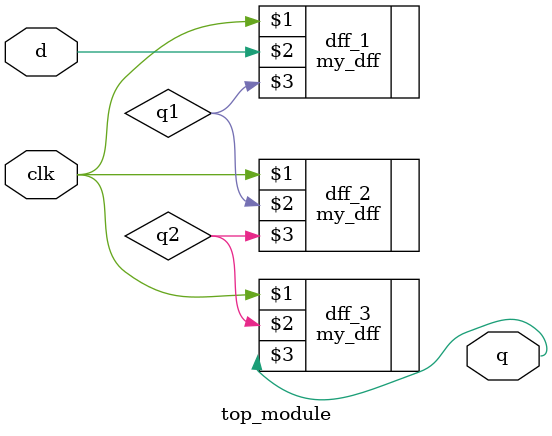
<source format=v>
module top_module ( input clk, input d, output q );

wire q1,q2;
// Create three instances of my_dff, with three different instance names (dff_1, dff_2, and dff_3).
// Connect ports by position: ( input clk, input d, output q)

    my_dff dff_1 (clk, d, q1);
    my_dff dff_2 (clk, q1, q2);
    my_dff dff_3 (clk, q2, q);
    
endmodule

</source>
